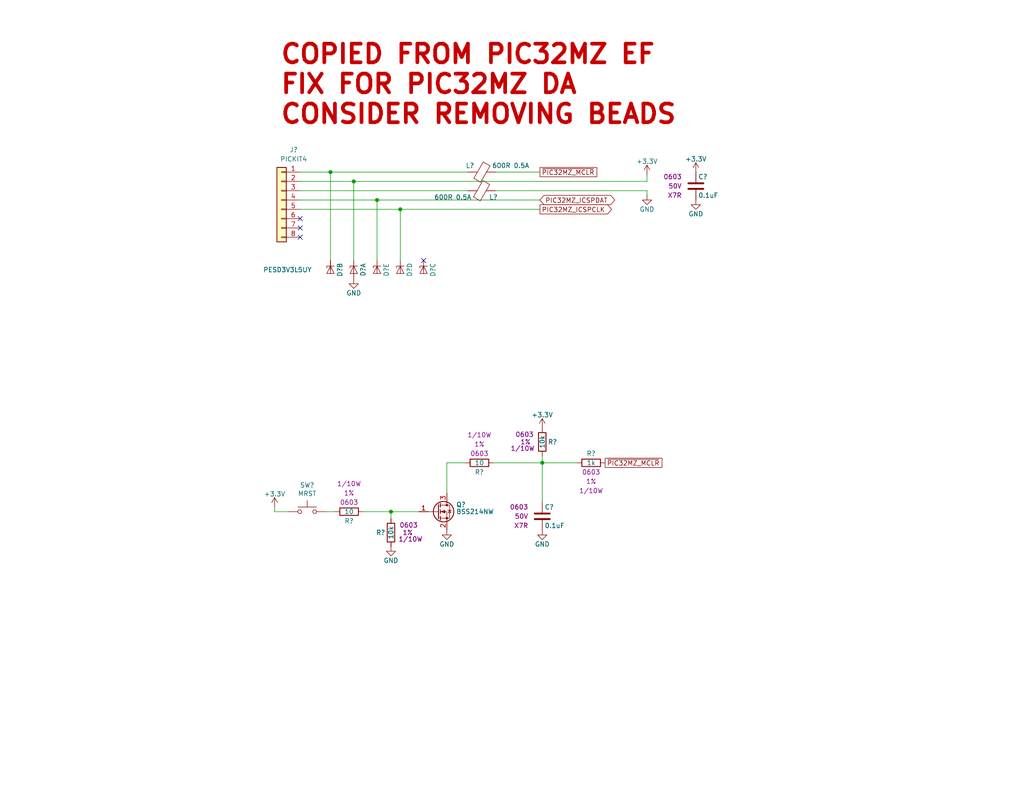
<source format=kicad_sch>
(kicad_sch (version 20230121) (generator eeschema)
  (paper "A")
  (title_block (title "Thermal Camera") (date "2023-11-11") (rev "PRELIM") (company "Drew Maatman and Michael Laffin"))
  (lib_symbols
    (symbol "Connector_Generic:Conn_01x08" (pin_names (offset 1.016) hide)
      (property "Reference" "J" (at 0 10.16 0))
      (property "Value" "Conn_01x08" (at 0 -12.7 0))
      (symbol "Conn_01x08_1_1"
        (rectangle (start -1.27 -10.033) (end 0 -10.287) (stroke (width 0.1524)))
        (rectangle (start -1.27 -7.493) (end 0 -7.747) (stroke (width 0.1524)))
        (rectangle (start -1.27 -4.953) (end 0 -5.207) (stroke (width 0.1524)))
        (rectangle (start -1.27 -2.413) (end 0 -2.667) (stroke (width 0.1524)))
        (rectangle (start -1.27 0.127) (end 0 -0.127) (stroke (width 0.1524)))
        (rectangle (start -1.27 2.667) (end 0 2.413) (stroke (width 0.1524)))
        (rectangle (start -1.27 5.207) (end 0 4.953) (stroke (width 0.1524)))
        (rectangle (start -1.27 7.747) (end 0 7.493) (stroke (width 0.1524)))
        (rectangle (start -1.27 8.89) (end 1.27 -11.43) (stroke (width 0.254)) (fill (type background)))
        (pin passive line (at -5.08 7.62 0) (length 3.81) (name "Pin_1") (number "1"))
        (pin passive line (at -5.08 5.08 0) (length 3.81) (name "Pin_2") (number "2"))
        (pin passive line (at -5.08 2.54 0) (length 3.81) (name "Pin_3") (number "3"))
        (pin passive line (at -5.08 0 0) (length 3.81) (name "Pin_4") (number "4"))
        (pin passive line (at -5.08 -2.54 0) (length 3.81) (name "Pin_5") (number "5"))
        (pin passive line (at -5.08 -5.08 0) (length 3.81) (name "Pin_6") (number "6"))
        (pin passive line (at -5.08 -7.62 0) (length 3.81) (name "Pin_7") (number "7"))
        (pin passive line (at -5.08 -10.16 0) (length 3.81) (name "Pin_8") (number "8"))
      )
    )
    (symbol "Custom_Library:C_Custom" (pin_numbers hide) (pin_names (offset 0.254))
      (property "Reference" "C" (at 0.635 2.54 0))
      (property "Value" "Custom_Library_C_Custom" (at 0.635 -2.54 0))
      (property "display_footprint" "Foot" (at -3.81 2.54 0))
      (property "Voltage" "V" (at -3.81 0 0))
      (property "Dielectric" "Er" (at -3.81 -2.54 0))
      (symbol "C_Custom_0_1"
        (polyline (pts (xy -2.032 -0.762) (xy 2.032 -0.762)) (stroke (width 0.508)))
        (polyline (pts (xy -2.032 0.762) (xy 2.032 0.762)) (stroke (width 0.508)))
      )
      (symbol "C_Custom_1_1"
        (pin passive line (at 0 3.81 270) (length 2.794) (name "~") (number "1"))
        (pin passive line (at 0 -3.81 90) (length 2.794) (name "~") (number "2"))
      )
    )
    (symbol "Custom_Library:R_Custom" (pin_numbers hide) (pin_names (offset 1.016) hide)
      (property "Reference" "R" (at -2.54 0 90))
      (property "Value" "Custom_Library_R_Custom" (at 0 0 90))
      (property "display_footprint" "Foot" (at 2.54 0 90))
      (property "Tolerance" "Tol" (at 5.08 0 90))
      (property "Wattage" "W" (at 7.62 0 90))
      (symbol "R_Custom_0_1"
        (rectangle (start 1.016 2.54) (end -1.016 -2.54) (stroke (width 0.254)))
      )
      (symbol "R_Custom_1_1"
        (pin passive line (at 0 3.81 270) (length 1.27) (name "1") (number "1"))
        (pin passive line (at 0 -3.81 90) (length 1.27) (name "2") (number "2"))
      )
    )
    (symbol "Device:Ferrite_Bead" (pin_numbers hide) (pin_names (offset 0))
      (property "Reference" "FB" (at -3.81 0.635 90))
      (property "Value" "Device_Ferrite_Bead" (at 3.81 0 90))
      (symbol "Ferrite_Bead_0_1"
        (polyline (pts (xy 0 -1.27) (xy 0 -1.2192)))
        (polyline (pts (xy 0 1.27) (xy 0 1.2954)))
        (polyline (pts (xy -2.7686 0.4064) (xy -1.7018 2.2606) (xy 2.7686 -0.3048) (xy 1.6764 -2.159) (xy -2.7686 0.4064)))
      )
      (symbol "Ferrite_Bead_1_1"
        (pin passive line (at 0 3.81 270) (length 2.54) (name "~") (number "1"))
        (pin passive line (at 0 -3.81 90) (length 2.54) (name "~") (number "2"))
      )
    )
    (symbol "Power_Protection:PESD3V3L5UY" (pin_numbers hide) (pin_names hide)
      (property "Reference" "D" (at 0 2.54 0))
      (property "Value" "PESD3V3L5UY" (at 0 -2.54 0))
      (symbol "PESD3V3L5UY_0_1"
        (polyline (pts (xy -1.016 0) (xy 1.016 0)))
        (polyline (pts (xy -1.016 1.016) (xy -1.016 -1.016) (xy -0.508 -1.016)))
        (polyline (pts (xy 1.016 1.016) (xy -1.016 0) (xy 1.016 -1.016) (xy 1.016 1.016)))
      )
      (symbol "PESD3V3L5UY_1_1"
        (pin passive line (at -2.54 0 0) (length 2.54) (name "K1") (number "1"))
        (pin passive line (at 2.54 0 180) (length 2.54) (name "A") (number "2"))
      )
      (symbol "PESD3V3L5UY_2_1"
        (pin passive line (at -2.54 0 0) (length 2.54) (name "K2") (number "3"))
      )
      (symbol "PESD3V3L5UY_3_1"
        (pin passive line (at -2.54 0 0) (length 2.54) (name "K3") (number "4"))
      )
      (symbol "PESD3V3L5UY_4_1"
        (pin passive line (at -2.54 0 0) (length 2.54) (name "K4") (number "5"))
      )
      (symbol "PESD3V3L5UY_5_1"
        (pin passive line (at -2.54 0 0) (length 2.54) (name "K5") (number "6"))
      )
    )
    (symbol "Switch:SW_Push" (pin_numbers hide) (pin_names (offset 1.016) hide)
      (property "Reference" "SW" (at 1.27 2.54 0))
      (property "Value" "SW_Push" (at 0 -1.524 0))
      (symbol "SW_Push_0_1"
        (circle (center -2.032 0) (radius 0.508))
        (polyline (pts (xy 0 1.27) (xy 0 3.048)))
        (polyline (pts (xy 2.54 1.27) (xy -2.54 1.27)))
        (circle (center 2.032 0) (radius 0.508))
        (pin passive line (at -5.08 0 0) (length 2.54) (name "1") (number "1"))
        (pin passive line (at 5.08 0 180) (length 2.54) (name "2") (number "2"))
      )
    )
    (symbol "Transistor_FET:BSS214NW" (pin_names hide)
      (property "Reference" "Q" (at 5.08 1.905 0))
      (property "Value" "BSS214NW" (at 5.08 0 0))
      (symbol "BSS214NW_0_1"
        (polyline (pts (xy 0.254 0) (xy -2.54 0)))
        (polyline (pts (xy 0.254 1.905) (xy 0.254 -1.905)) (stroke (width 0.254)))
        (polyline (pts (xy 0.762 -1.27) (xy 0.762 -2.286)) (stroke (width 0.254)))
        (polyline (pts (xy 0.762 0.508) (xy 0.762 -0.508)) (stroke (width 0.254)))
        (polyline (pts (xy 0.762 2.286) (xy 0.762 1.27)) (stroke (width 0.254)))
        (polyline (pts (xy 2.54 2.54) (xy 2.54 1.778)))
        (polyline (pts (xy 2.54 -2.54) (xy 2.54 0) (xy 0.762 0)))
        (polyline (pts (xy 0.762 -1.778) (xy 3.302 -1.778) (xy 3.302 1.778) (xy 0.762 1.778)))
        (polyline (pts (xy 1.016 0) (xy 2.032 0.381) (xy 2.032 -0.381) (xy 1.016 0)) (fill (type outline)))
        (polyline (pts (xy 2.794 0.508) (xy 2.921 0.381) (xy 3.683 0.381) (xy 3.81 0.254)))
        (polyline (pts (xy 3.302 0.381) (xy 2.921 -0.254) (xy 3.683 -0.254) (xy 3.302 0.381)))
        (circle (center 1.651 0) (radius 2.794) (stroke (width 0.254)))
        (circle (center 2.54 -1.778) (radius 0.254) (fill (type outline)))
        (circle (center 2.54 1.778) (radius 0.254) (fill (type outline)))
      )
      (symbol "BSS214NW_1_1"
        (pin input line (at -5.08 0 0) (length 2.54) (name "G") (number "1"))
        (pin passive line (at 2.54 -5.08 90) (length 2.54) (name "S") (number "2"))
        (pin passive line (at 2.54 5.08 270) (length 2.54) (name "D") (number "3"))
      )
    )
    (symbol "power:+3.3V" (power) (pin_names (offset 0))
      (property "Value" "+3.3V" (at 0 3.556 0))
      (symbol "+3.3V_0_1"
        (polyline (pts (xy -0.762 1.27) (xy 0 2.54)))
        (polyline (pts (xy 0 0) (xy 0 2.54)))
        (polyline (pts (xy 0 2.54) (xy 0.762 1.27)))
      )
      (symbol "+3.3V_1_1"
        (pin power_in line (at 0 0 90) (length 0) hide (name "+3.3V") (number "1"))
      )
    )
    (symbol "power:GND" (power) (pin_names (offset 0))
      (property "Value" "GND" (at 0 -3.81 0))
      (symbol "GND_0_1"
        (polyline (pts (xy 0 0) (xy 0 -1.27) (xy 1.27 -1.27) (xy 0 -2.54) (xy -1.27 -1.27) (xy 0 -1.27)))
      )
      (symbol "GND_1_1"
        (pin power_in line (at 0 0 270) (length 0) hide (name "GND") (number "1"))
      )
    )
  )
  (junction (at 106.68 139.7))
  (junction (at 96.52 49.53))
  (junction (at 102.87 54.61))
  (junction (at 90.17 46.99))
  (junction (at 147.955 126.365))
  (junction (at 109.22 57.15))
  (no_connect (at 81.915 62.23))
  (no_connect (at 81.915 59.69))
  (no_connect (at 115.57 71.12))
  (no_connect (at 81.915 64.77))
  (wire (pts (xy 147.955 137.16) (xy 147.955 126.365)))
  (wire (pts (xy 176.53 53.34) (xy 176.53 52.07)))
  (wire (pts (xy 147.32 46.99) (xy 135.255 46.99)))
  (wire (pts (xy 157.48 126.365) (xy 147.955 126.365)))
  (wire (pts (xy 102.87 54.61) (xy 147.32 54.61)))
  (wire (pts (xy 109.22 57.15) (xy 81.915 57.15)))
  (wire (pts (xy 176.53 47.625) (xy 176.53 49.53)))
  (wire (pts (xy 147.32 57.15) (xy 109.22 57.15)))
  (wire (pts (xy 81.915 54.61) (xy 102.87 54.61)))
  (wire (pts (xy 81.915 49.53) (xy 96.52 49.53)))
  (wire (pts (xy 96.52 49.53) (xy 176.53 49.53)))
  (wire (pts (xy 102.87 71.12) (xy 102.87 54.61)))
  (wire (pts (xy 106.68 141.605) (xy 106.68 139.7)))
  (wire (pts (xy 96.52 71.12) (xy 96.52 49.53)))
  (wire (pts (xy 90.17 71.12) (xy 90.17 46.99)))
  (wire (pts (xy 127.635 52.07) (xy 81.915 52.07)))
  (wire (pts (xy 121.92 134.62) (xy 121.92 126.365)))
  (wire (pts (xy 106.68 139.7) (xy 99.06 139.7)))
  (wire (pts (xy 135.255 52.07) (xy 176.53 52.07)))
  (wire (pts (xy 109.22 71.12) (xy 109.22 57.15)))
  (wire (pts (xy 81.915 46.99) (xy 90.17 46.99)))
  (wire (pts (xy 74.93 139.7) (xy 78.74 139.7)))
  (wire (pts (xy 90.17 46.99) (xy 127.635 46.99)))
  (wire (pts (xy 114.3 139.7) (xy 106.68 139.7)))
  (wire (pts (xy 134.62 126.365) (xy 147.955 126.365)))
  (wire (pts (xy 74.93 138.43) (xy 74.93 139.7)))
  (wire (pts (xy 91.44 139.7) (xy 88.9 139.7)))
  (wire (pts (xy 121.92 126.365) (xy 127 126.365)))
  (wire (pts (xy 147.955 124.46) (xy 147.955 126.365)))
  (text "COPIED FROM PIC32MZ EF\nFIX FOR PIC32MZ DA\nCONSIDER REMOVING BEADS" (at 76.2 34.29 0) (effects (font (size 5.08 5.08) (thickness 1.016) bold) (justify left bottom)))
  (global_label "~{PIC32MZ_MCLR}" (shape passive) (at 147.32 46.99 0) (property "Intersheetrefs" "${INTERSHEET_REFS}" (effects hide)))
  (global_label "~{PIC32MZ_MCLR}" (shape passive) (at 165.1 126.365 0) (property "Intersheetrefs" "${INTERSHEET_REFS}" (effects hide)))
  (global_label "PIC32MZ_ICSPCLK" (shape output) (at 147.32 57.15 0) (property "Intersheetrefs" "${INTERSHEET_REFS}" (effects hide)))
  (global_label "PIC32MZ_ICSPDAT" (shape bidirectional) (at 147.32 54.61 0) (property "Intersheetrefs" "${INTERSHEET_REFS}" (effects hide)))
  (symbol (lib_id "power:GND") (at 96.52 76.2 0) (mirror y) (unit 1)
    (property "Reference" "#PWR?" (effects hide))
    (property "Value" "GND" (at 96.52 80.01 0))
    (instances (project "Analog_Clock" (path "" (reference "#PWR?") (unit 1))) (project "Nixie_Clock_Core" (path "" (reference "#PWR0802") (unit 1))) (project "Thermal_Camera" (path "" (reference "#PWR0902") (unit 1))))
  )
  (symbol (lib_id "Connector_Generic:Conn_01x08") (at 76.835 54.61 0) (mirror y) (unit 1)
    (property "Reference" "J?" (at 80.137 40.894 0))
    (property "Value" "PICKIT4" (at 80.137 43.434 0))
    (property "Footprint" "Custom Footprints Library:PICKIT4_Header" (effects hide))
    (instances (project "Analog_Clock" (path "" (reference "J?") (unit 1))) (project "Nixie_Clock_Core" (path "" (reference "J801") (unit 1))) (project "Thermal_Camera" (path "" (reference "J?") (unit 1))))
  )
  (symbol (lib_id "power:GND") (at 189.865 54.61 0) (unit 1)
    (property "Reference" "#PWR?" (effects hide))
    (property "Value" "GND" (at 189.865 58.42 0))
    (instances (project "Analog_Clock" (path "" (reference "#PWR?") (unit 1))) (project "Nixie_Clock_Core" (path "" (reference "#PWR0810") (unit 1))) (project "Thermal_Camera" (path "" (reference "#PWR0910") (unit 1))))
  )
  (symbol (lib_id "Custom_Library:R_Custom") (at 95.25 139.7 90) (unit 1)
    (property "Reference" "R?" (at 95.25 142.24 90))
    (property "Value" "10" (at 95.25 139.7 90))
    (property "Footprint" "Resistors_SMD:R_0603" (effects hide))
    (property "display_footprint" "0603" (at 95.25 137.16 90))
    (property "Tolerance" "1%" (at 95.25 134.62 90))
    (property "Wattage" "1/10W" (at 95.25 132.08 90))
    (property "Digi-Key PN" "541-10.0HCT-ND" (effects hide))
    (instances (project "Analog_Clock" (path "" (reference "R?") (unit 1))) (project "Nixie_Clock_Core" (path "" (reference "R801") (unit 1))) (project "Thermal_Camera" (path "" (reference "R?") (unit 1))))
  )
  (symbol (lib_id "Transistor_FET:BSS214NW") (at 119.38 139.7 0) (unit 1)
    (property "Reference" "Q?" (at 124.46 137.795 0) (effects (justify left)))
    (property "Value" "BSS214NW" (at 124.46 139.7 0) (effects (justify left)))
    (property "Footprint" "Package_TO_SOT_SMD:SOT-323_SC-70" (effects hide))
    (property "Datasheet" "https://www.infineon.com/dgdl/Infineon-BSS214NW-DS-v02_02-en.pdf?fileId=db3a30431b3e89eb011b695aebc01bde" (effects hide))
    (property "Digi-Key PN" "BSS214NWH6327XTSA1CT-ND" (effects hide))
    (instances (project "Analog_Clock" (path "" (reference "Q?") (unit 1))) (project "Nixie_Clock_Core" (path "" (reference "Q801") (unit 1))) (project "Thermal_Camera" (path "" (reference "Q?") (unit 1))))
  )
  (symbol (lib_id "Device:Ferrite_Bead") (at 131.445 52.07 90) (unit 1)
    (property "Reference" "L?" (at 133.477 53.848 90) (effects (justify right)))
    (property "Value" "600R 0.5A" (at 128.651 53.848 90) (effects (justify left)))
    (property "Footprint" "Inductors_SMD:L_0603" (effects hide))
    (property "Digi-Key PN" "490-1014-1-ND" (effects hide))
    (instances (project "Analog_Clock" (path "" (reference "L?") (unit 1)) (path "" (reference "L?") (unit 1)) (path "" (reference "L?") (unit 1)) (path "" (reference "L?") (unit 1)) (path "" (reference "L?") (unit 1)) (path "" (reference "L?") (unit 1))) (project "Nixie_Clock_Core" (path "" (reference "L802") (unit 1))) (project "Thermal_Camera" (path "" (reference "L?") (unit 1))))
  )
  (symbol (lib_id "Power_Protection:PESD3V3L5UY") (at 90.17 73.66 270) (unit 2)
    (property "Reference" "D?" (at 92.71 73.66 0))
    (property "Value" "PESD3V3L5UY" (effects hide))
    (property "Footprint" "Package_TO_SOT_SMD:SOT-363_SC-70-6" (effects hide))
    (property "Datasheet" "https://assets.nexperia.com/documents/data-sheet/PESDXL5UF_V_Y.pdf" (effects hide))
    (property "Digi-Key PN" "1727-3828-1-ND" (effects hide))
    (instances (project "Analog_Clock" (path "" (reference "D?") (unit 2))) (project "Nixie_Clock_Core" (path "" (reference "D801") (unit 2))) (project "Thermal_Camera" (path "" (reference "D?") (unit 2))))
  )
  (symbol (lib_id "Custom_Library:R_Custom") (at 106.68 145.415 0) (unit 1)
    (property "Reference" "R?" (at 105.156 145.415 0) (effects (justify right)))
    (property "Value" "10k" (at 106.68 145.415 90))
    (property "Footprint" "Resistors_SMD:R_0603" (effects hide))
    (property "display_footprint" "0603" (at 111.506 143.383 0))
    (property "Tolerance" "1%" (at 111.252 145.415 0))
    (property "Wattage" "1/10W" (at 112.014 147.193 0))
    (property "Digi-Key PN" "541-10.0KHCT-ND" (effects hide))
    (instances (project "Analog_Clock" (path "" (reference "R?") (unit 1)) (path "" (reference "R?") (unit 1)) (path "" (reference "R?") (unit 1)) (path "" (reference "R?") (unit 1)) (path "" (reference "R?") (unit 1)) (path "" (reference "R?") (unit 1)) (path "" (reference "R?") (unit 1)) (path "" (reference "R?") (unit 1)) (path "" (reference "R?") (unit 1))) (project "Nixie_Clock_Core" (path "" (reference "R802") (unit 1))) (project "Thermal_Camera" (path "" (reference "R?") (unit 1))))
  )
  (symbol (lib_id "power:+3.3V") (at 147.955 116.84 0) (unit 1)
    (property "Reference" "#PWR?" (effects hide))
    (property "Value" "+3.3V" (at 147.955 113.284 0))
    (instances (project "Analog_Clock" (path "" (reference "#PWR?") (unit 1))) (project "Nixie_Clock_Core" (path "" (reference "#PWR0805") (unit 1))) (project "Thermal_Camera" (path "" (reference "#PWR0905") (unit 1))))
  )
  (symbol (lib_id "Custom_Library:C_Custom") (at 189.865 50.8 0) (unit 1)
    (property "Reference" "C?" (at 190.5 48.26 0) (effects (justify left)))
    (property "Value" "0.1uF" (at 190.5 53.34 0) (effects (justify left)))
    (property "Footprint" "Capacitors_SMD:C_0603" (effects hide))
    (property "display_footprint" "0603" (at 186.055 48.26 0) (effects (justify right)))
    (property "Voltage" "50V" (at 186.055 50.8 0) (effects (justify right)))
    (property "Dielectric" "X7R" (at 186.055 53.34 0) (effects (justify right)))
    (property "Digi-Key PN" "1276-1935-1-ND" (effects hide))
    (instances (project "Analog_Clock" (path "" (reference "C?") (unit 1))) (project "Nixie_Clock_Core" (path "" (reference "C802") (unit 1))) (project "Thermal_Camera" (path "" (reference "C?") (unit 1))))
  )
  (symbol (lib_id "Power_Protection:PESD3V3L5UY") (at 115.57 73.66 270) (unit 3)
    (property "Reference" "D?" (at 118.11 73.66 0))
    (property "Value" "PESD3V3L5UY" (effects hide))
    (property "Footprint" "Package_TO_SOT_SMD:SOT-363_SC-70-6" (effects hide))
    (property "Datasheet" "https://assets.nexperia.com/documents/data-sheet/PESDXL5UF_V_Y.pdf" (effects hide))
    (property "Digi-Key PN" "1727-3828-1-ND" (effects hide))
    (instances (project "Analog_Clock" (path "" (reference "D?") (unit 3))) (project "Nixie_Clock_Core" (path "" (reference "D801") (unit 3))) (project "Thermal_Camera" (path "" (reference "D?") (unit 3))))
  )
  (symbol (lib_id "power:+3.3V") (at 176.53 47.625 0) (unit 1)
    (property "Reference" "#PWR?" (effects hide))
    (property "Value" "+3.3V" (at 176.53 44.069 0))
    (instances (project "Analog_Clock" (path "" (reference "#PWR?") (unit 1))) (project "Nixie_Clock_Core" (path "" (reference "#PWR0807") (unit 1))) (project "Thermal_Camera" (path "" (reference "#PWR0907") (unit 1))))
  )
  (symbol (lib_id "Power_Protection:PESD3V3L5UY") (at 109.22 73.66 270) (unit 4)
    (property "Reference" "D?" (at 111.76 73.66 0))
    (property "Value" "PESD3V3L5UY" (effects hide))
    (property "Footprint" "Package_TO_SOT_SMD:SOT-363_SC-70-6" (effects hide))
    (property "Datasheet" "https://assets.nexperia.com/documents/data-sheet/PESDXL5UF_V_Y.pdf" (effects hide))
    (property "Digi-Key PN" "1727-3828-1-ND" (effects hide))
    (instances (project "Analog_Clock" (path "" (reference "D?") (unit 4))) (project "Nixie_Clock_Core" (path "" (reference "D801") (unit 4))) (project "Thermal_Camera" (path "" (reference "D?") (unit 4))))
  )
  (symbol (lib_id "Custom_Library:R_Custom") (at 130.81 126.365 90) (unit 1)
    (property "Reference" "R?" (at 130.81 128.905 90))
    (property "Value" "10" (at 130.81 126.365 90))
    (property "Footprint" "Resistors_SMD:R_0603" (effects hide))
    (property "display_footprint" "0603" (at 130.81 123.825 90))
    (property "Tolerance" "1%" (at 130.81 121.285 90))
    (property "Wattage" "1/10W" (at 130.81 118.745 90))
    (property "Digi-Key PN" "541-10.0HCT-ND" (effects hide))
    (instances (project "Analog_Clock" (path "" (reference "R?") (unit 1))) (project "Nixie_Clock_Core" (path "" (reference "R803") (unit 1))) (project "Thermal_Camera" (path "" (reference "R?") (unit 1))))
  )
  (symbol (lib_id "Power_Protection:PESD3V3L5UY") (at 102.87 73.66 270) (unit 5)
    (property "Reference" "D?" (at 105.41 73.66 0))
    (property "Value" "PESD3V3L5UY" (effects hide))
    (property "Footprint" "Package_TO_SOT_SMD:SOT-363_SC-70-6" (effects hide))
    (property "Datasheet" "https://assets.nexperia.com/documents/data-sheet/PESDXL5UF_V_Y.pdf" (effects hide))
    (property "Digi-Key PN" "1727-3828-1-ND" (effects hide))
    (instances (project "Analog_Clock" (path "" (reference "D?") (unit 5))) (project "Nixie_Clock_Core" (path "" (reference "D801") (unit 5))) (project "Thermal_Camera" (path "" (reference "D?") (unit 5))))
  )
  (symbol (lib_id "Custom_Library:C_Custom") (at 147.955 140.97 0) (unit 1)
    (property "Reference" "C?" (at 148.59 138.43 0) (effects (justify left)))
    (property "Value" "0.1uF" (at 148.59 143.51 0) (effects (justify left)))
    (property "Footprint" "Capacitors_SMD:C_0603" (effects hide))
    (property "display_footprint" "0603" (at 144.145 138.43 0) (effects (justify right)))
    (property "Voltage" "50V" (at 144.145 140.97 0) (effects (justify right)))
    (property "Dielectric" "X7R" (at 144.145 143.51 0) (effects (justify right)))
    (property "Digi-Key PN" "1276-1935-1-ND" (effects hide))
    (instances (project "Analog_Clock" (path "" (reference "C?") (unit 1))) (project "Nixie_Clock_Core" (path "" (reference "C801") (unit 1))) (project "Thermal_Camera" (path "" (reference "C?") (unit 1))))
  )
  (symbol (lib_id "power:GND") (at 121.92 144.78 0) (unit 1)
    (property "Reference" "#PWR?" (effects hide))
    (property "Value" "GND" (at 121.92 148.59 0))
    (instances (project "Analog_Clock" (path "" (reference "#PWR?") (unit 1))) (project "Nixie_Clock_Core" (path "" (reference "#PWR0804") (unit 1))) (project "Thermal_Camera" (path "" (reference "#PWR0904") (unit 1))))
  )
  (symbol (lib_id "Custom_Library:R_Custom") (at 147.955 120.65 0) (mirror y) (unit 1)
    (property "Reference" "R?" (at 149.479 120.65 0) (effects (justify right)))
    (property "Value" "10k" (at 147.955 120.65 90))
    (property "Footprint" "Resistors_SMD:R_0603" (effects hide))
    (property "display_footprint" "0603" (at 143.129 118.618 0))
    (property "Tolerance" "1%" (at 143.383 120.65 0))
    (property "Wattage" "1/10W" (at 142.621 122.428 0))
    (property "Digi-Key PN" "541-10.0KHCT-ND" (effects hide))
    (instances (project "Analog_Clock" (path "" (reference "R?") (unit 1)) (path "" (reference "R?") (unit 1)) (path "" (reference "R?") (unit 1)) (path "" (reference "R?") (unit 1)) (path "" (reference "R?") (unit 1)) (path "" (reference "R?") (unit 1)) (path "" (reference "R?") (unit 1)) (path "" (reference "R?") (unit 1))) (project "Nixie_Clock_Core" (path "" (reference "R804") (unit 1))) (project "Thermal_Camera" (path "" (reference "R?") (unit 1))))
  )
  (symbol (lib_id "power:GND") (at 106.68 149.225 0) (unit 1)
    (property "Reference" "#PWR?" (effects hide))
    (property "Value" "GND" (at 106.68 153.035 0))
    (instances (project "Analog_Clock" (path "" (reference "#PWR?") (unit 1))) (project "Nixie_Clock_Core" (path "" (reference "#PWR0803") (unit 1))) (project "Thermal_Camera" (path "" (reference "#PWR0903") (unit 1))))
  )
  (symbol (lib_id "power:GND") (at 176.53 53.34 0) (mirror y) (unit 1)
    (property "Reference" "#PWR?" (effects hide))
    (property "Value" "GND" (at 176.53 57.15 0))
    (instances (project "Analog_Clock" (path "" (reference "#PWR?") (unit 1))) (project "Nixie_Clock_Core" (path "" (reference "#PWR0808") (unit 1))) (project "Thermal_Camera" (path "" (reference "#PWR0908") (unit 1))))
  )
  (symbol (lib_id "Switch:SW_Push") (at 83.82 139.7 0) (unit 1)
    (property "Reference" "SW?" (at 83.82 132.461 0))
    (property "Value" "MRST" (at 83.82 134.7724 0))
    (property "Footprint" "Button_Switch_THT:SW_PUSH_6mm" (effects hide))
    (instances (project "Analog_Clock" (path "" (reference "SW?") (unit 1))) (project "Nixie_Clock_Core" (path "" (reference "SW801") (unit 1))) (project "Thermal_Camera" (path "" (reference "SW?") (unit 1))))
  )
  (symbol (lib_id "Power_Protection:PESD3V3L5UY") (at 96.52 73.66 270) (unit 1)
    (property "Reference" "D?" (at 99.06 73.66 0))
    (property "Value" "PESD3V3L5UY" (at 85.09 73.66 90) (effects (justify right)))
    (property "Footprint" "Package_TO_SOT_SMD:SOT-363_SC-70-6" (effects hide))
    (property "Datasheet" "https://assets.nexperia.com/documents/data-sheet/PESDXL5UF_V_Y.pdf" (effects hide))
    (property "Digi-Key PN" "1727-3828-1-ND" (effects hide))
    (instances (project "Analog_Clock" (path "" (reference "D?") (unit 1))) (project "Nixie_Clock_Core" (path "" (reference "D801") (unit 1))) (project "Thermal_Camera" (path "" (reference "D?") (unit 1))))
  )
  (symbol (lib_id "power:GND") (at 147.955 144.78 0) (unit 1)
    (property "Reference" "#PWR?" (effects hide))
    (property "Value" "GND" (at 147.955 148.59 0))
    (instances (project "Analog_Clock" (path "" (reference "#PWR?") (unit 1))) (project "Nixie_Clock_Core" (path "" (reference "#PWR0806") (unit 1))) (project "Thermal_Camera" (path "" (reference "#PWR0906") (unit 1))))
  )
  (symbol (lib_id "Custom_Library:R_Custom") (at 161.29 126.365 270) (unit 1)
    (property "Reference" "R?" (at 161.29 123.825 90))
    (property "Value" "1k" (at 161.29 126.365 90))
    (property "Footprint" "Resistors_SMD:R_0603" (effects hide))
    (property "display_footprint" "0603" (at 161.29 128.905 90))
    (property "Tolerance" "1%" (at 161.29 131.445 90))
    (property "Wattage" "1/10W" (at 161.29 133.985 90))
    (property "Digi-Key PN" "541-1.00KHCT-ND" (effects hide))
    (instances (project "Analog_Clock" (path "" (reference "R?") (unit 1))) (project "Nixie_Clock_Core" (path "" (reference "R805") (unit 1))) (project "Thermal_Camera" (path "" (reference "R?") (unit 1))))
  )
  (symbol (lib_id "power:+3.3V") (at 74.93 138.43 0) (unit 1)
    (property "Reference" "#PWR?" (effects hide))
    (property "Value" "+3.3V" (at 74.93 134.874 0))
    (instances (project "Analog_Clock" (path "" (reference "#PWR?") (unit 1))) (project "Nixie_Clock_Core" (path "" (reference "#PWR0801") (unit 1))) (project "Thermal_Camera" (path "" (reference "#PWR0901") (unit 1))))
  )
  (symbol (lib_id "Device:Ferrite_Bead") (at 131.445 46.99 270) (unit 1)
    (property "Reference" "L?" (at 129.413 45.212 90) (effects (justify right)))
    (property "Value" "600R 0.5A" (at 134.239 45.212 90) (effects (justify left)))
    (property "Footprint" "Inductors_SMD:L_0603" (effects hide))
    (property "Digi-Key PN" "490-1014-1-ND" (effects hide))
    (instances (project "Analog_Clock" (path "" (reference "L?") (unit 1)) (path "" (reference "L?") (unit 1)) (path "" (reference "L?") (unit 1)) (path "" (reference "L?") (unit 1)) (path "" (reference "L?") (unit 1)) (path "" (reference "L?") (unit 1))) (project "Nixie_Clock_Core" (path "" (reference "L801") (unit 1))) (project "Thermal_Camera" (path "" (reference "L?") (unit 1))))
  )
  (symbol (lib_id "power:+3.3V") (at 189.865 46.99 0) (unit 1)
    (property "Reference" "#PWR?" (effects hide))
    (property "Value" "+3.3V" (at 189.865 43.434 0))
    (instances (project "Analog_Clock" (path "" (reference "#PWR?") (unit 1))) (project "Nixie_Clock_Core" (path "" (reference "#PWR0809") (unit 1))) (project "Thermal_Camera" (path "" (reference "#PWR0909") (unit 1))))
  )
)
</source>
